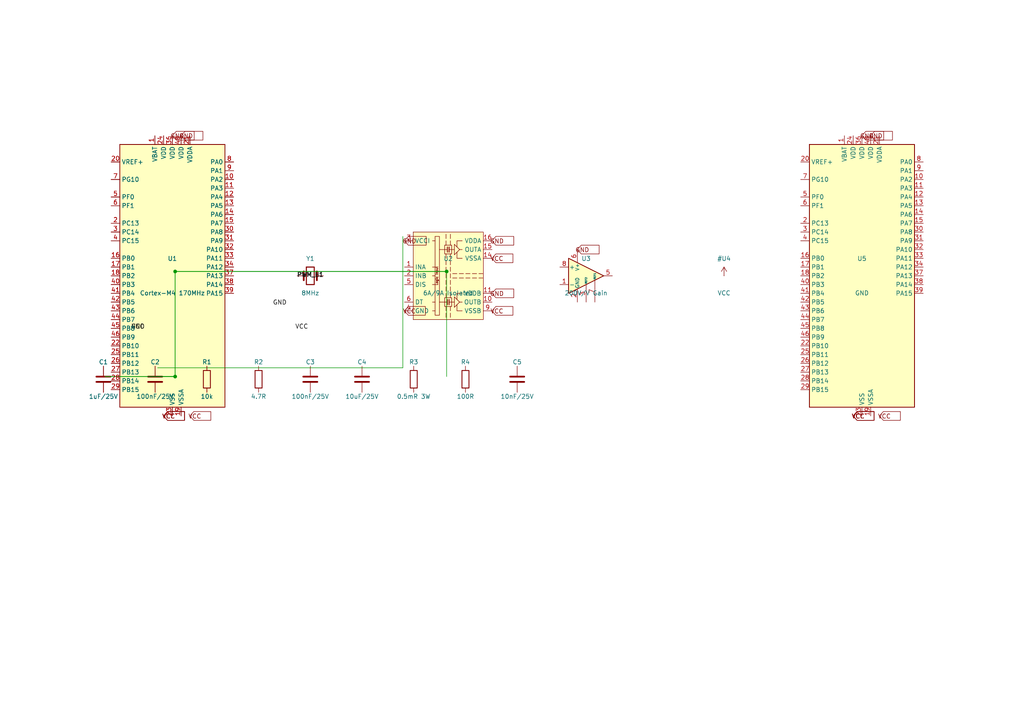
<source format=kicad_sch>
(kicad_sch (version 20231120) (generator "nexus_ee_design")
  (paper "A4")
  (lib_symbols
    (symbol "STM32G431CBTxZ"
      (property "Reference" "U" (at -15.24 39.37 0))
      (property "Value" "STM32G431CBTxZ" (at 7.62 39.37 0))
      (symbol "STM32G431CBTxZ_0_1"
        (rectangle (start -15.24 -38.1) (end 15.24 38.1) (stroke (width 0.254)) (fill (type background)))
      )
      (symbol "STM32G431CBTxZ_1_1"
        (pin input line (at -17.78 33.02 0) (length 2.54) (name "VREF+") (number "20"))
        (pin bidirectional line (at -17.78 27.94 0) (length 2.54) (name "PG10") (number "7"))
        (pin bidirectional line (at -17.78 22.86 0) (length 2.54) (name "PF0") (number "5"))
        (pin bidirectional line (at -17.78 20.32 0) (length 2.54) (name "PF1") (number "6"))
        (pin bidirectional line (at -17.78 15.24 0) (length 2.54) (name "PC13") (number "2"))
        (pin bidirectional line (at -17.78 12.7 0) (length 2.54) (name "PC14") (number "3"))
        (pin bidirectional line (at -17.78 10.16 0) (length 2.54) (name "PC15") (number "4"))
        (pin bidirectional line (at -17.78 5.08 0) (length 2.54) (name "PB0") (number "16"))
        (pin bidirectional line (at -17.78 2.54 0) (length 2.54) (name "PB1") (number "17"))
        (pin bidirectional line (at -17.78 0 0) (length 2.54) (name "PB2") (number "18"))
        (pin bidirectional line (at -17.78 -2.54 0) (length 2.54) (name "PB3") (number "40"))
        (pin bidirectional line (at -17.78 -5.08 0) (length 2.54) (name "PB4") (number "41"))
        (pin bidirectional line (at -17.78 -7.62 0) (length 2.54) (name "PB5") (number "42"))
        (pin bidirectional line (at -17.78 -10.16 0) (length 2.54) (name "PB6") (number "43"))
        (pin bidirectional line (at -17.78 -12.7 0) (length 2.54) (name "PB7") (number "44"))
        (pin bidirectional line (at -17.78 -15.24 0) (length 2.54) (name "PB8") (number "45"))
        (pin bidirectional line (at -17.78 -17.78 0) (length 2.54) (name "PB9") (number "46"))
        (pin bidirectional line (at -17.78 -20.32 0) (length 2.54) (name "PB10") (number "22"))
        (pin bidirectional line (at -17.78 -22.86 0) (length 2.54) (name "PB11") (number "25"))
        (pin bidirectional line (at -17.78 -25.4 0) (length 2.54) (name "PB12") (number "26"))
        (pin bidirectional line (at -17.78 -27.94 0) (length 2.54) (name "PB13") (number "27"))
        (pin bidirectional line (at -17.78 -30.48 0) (length 2.54) (name "PB14") (number "28"))
        (pin bidirectional line (at -17.78 -33.02 0) (length 2.54) (name "PB15") (number "29"))
        (pin power_in line (at -5.08 40.64 270) (length 2.54) (name "VBAT") (number "1"))
        (pin power_in line (at -2.54 40.64 270) (length 2.54) (name "VDD") (number "24"))
        (pin power_in line (at 0 40.64 270) (length 2.54) (name "VDD") (number "36"))
        (pin power_in line (at 0 -40.64 90) (length 2.54) (name "VSS") (number "23"))
        (pin passive line (at 0 -40.64 90) (length 2.54) (hide yes) (name "VSS") (number "35"))
        (pin passive line (at 0 -40.64 90) (length 2.54) (hide yes) (name "VSS") (number "47"))
        (pin power_in line (at 2.54 40.64 270) (length 2.54) (name "VDD") (number "48"))
        (pin power_in line (at 2.54 -40.64 90) (length 2.54) (name "VSSA") (number "19"))
        (pin power_in line (at 5.08 40.64 270) (length 2.54) (name "VDDA") (number "21"))
        (pin bidirectional line (at 17.78 33.02 180) (length 2.54) (name "PA0") (number "8"))
        (pin bidirectional line (at 17.78 30.48 180) (length 2.54) (name "PA1") (number "9"))
        (pin bidirectional line (at 17.78 27.94 180) (length 2.54) (name "PA2") (number "10"))
        (pin bidirectional line (at 17.78 25.4 180) (length 2.54) (name "PA3") (number "11"))
        (pin bidirectional line (at 17.78 22.86 180) (length 2.54) (name "PA4") (number "12"))
        (pin bidirectional line (at 17.78 20.32 180) (length 2.54) (name "PA5") (number "13"))
        (pin bidirectional line (at 17.78 17.78 180) (length 2.54) (name "PA6") (number "14"))
        (pin bidirectional line (at 17.78 15.24 180) (length 2.54) (name "PA7") (number "15"))
        (pin bidirectional line (at 17.78 12.7 180) (length 2.54) (name "PA8") (number "30"))
        (pin bidirectional line (at 17.78 10.16 180) (length 2.54) (name "PA9") (number "31"))
        (pin bidirectional line (at 17.78 7.62 180) (length 2.54) (name "PA10") (number "32"))
        (pin bidirectional line (at 17.78 5.08 180) (length 2.54) (name "PA11") (number "33"))
        (pin bidirectional line (at 17.78 2.54 180) (length 2.54) (name "PA12") (number "34"))
        (pin bidirectional line (at 17.78 0 180) (length 2.54) (name "PA13") (number "37"))
        (pin bidirectional line (at 17.78 -2.54 180) (length 2.54) (name "PA14") (number "38"))
        (pin bidirectional line (at 17.78 -5.08 180) (length 2.54) (name "PA15") (number "39"))
      )
    )
    (symbol "Crystal" (pin_numbers (hide yes)) (pin_names (offset 1.016) (hide yes))
      (property "Reference" "Y" (at 0 3.81 0))
      (property "Value" "Crystal" (at 0 -3.81 0))
      (symbol "Crystal_0_1"
        (polyline (pts (xy -2.54 0) (xy -1.905 0)))
        (polyline (pts (xy -1.905 -1.27) (xy -1.905 1.27)) (stroke (width 0.508)))
        (rectangle (start -1.143 2.54) (end 1.143 -2.54) (stroke (width 0.3048)))
        (polyline (pts (xy 1.905 -1.27) (xy 1.905 1.27)) (stroke (width 0.508)))
        (polyline (pts (xy 2.54 0) (xy 1.905 0)))
      )
      (symbol "Crystal_1_1"
        (pin passive line (at -3.81 0 0) (length 1.27) (name "1") (number "1"))
        (pin passive line (at 3.81 0 180) (length 1.27) (name "2") (number "2"))
      )
    )
    (symbol "C" (pin_numbers (hide yes)) (pin_names (offset 0.254))
      (property "Reference" "C" (at 0.635 2.54 0))
      (property "Value" "C" (at 0.635 -2.54 0))
      (symbol "C_0_1"
        (polyline (pts (xy -2.032 0.762) (xy 2.032 0.762)) (stroke (width 0.508)))
        (polyline (pts (xy -2.032 -0.762) (xy 2.032 -0.762)) (stroke (width 0.508)))
      )
      (symbol "C_1_1"
        (pin passive line (at 0 3.81 270) (length 2.794) (name "~") (number "1"))
        (pin passive line (at 0 -3.81 90) (length 2.794) (name "~") (number "2"))
      )
    )
    (symbol "R" (pin_numbers (hide yes)) (pin_names (offset 0))
      (property "Reference" "R" (at 2.032 0 90))
      (property "Value" "R" (at 0 0 90))
      (symbol "R_0_1"
        (rectangle (start -1.016 -2.54) (end 1.016 2.54) (stroke (width 0.254)))
      )
      (symbol "R_1_1"
        (pin passive line (at 0 3.81 270) (length 1.27) (name "~") (number "1"))
        (pin passive line (at 0 -3.81 90) (length 1.27) (name "~") (number "2"))
      )
    )
    (symbol "UCC21520DW"
      (property "Reference" "U" (at 0 16.51 0))
      (property "Value" "UCC21520DW" (at 0 13.97 0))
      (symbol "UCC21520DW_0_0"
        (polyline (pts (xy -0.635 12.065) (xy -0.635 10.795)))
        (polyline (pts (xy -0.635 10.16) (xy -0.635 8.89)))
        (polyline (pts (xy -0.635 6.35) (xy -0.635 5.08)))
        (polyline (pts (xy -0.254 8.382) (xy -0.254 6.858)) (stroke (width 0.254)))
        (polyline (pts (xy -0.254 7.62) (xy -2.54 7.62)))
        (polyline (pts (xy -0.254 -6.858) (xy -0.254 -8.382)) (stroke (width 0.254)))
        (polyline (pts (xy -0.254 -7.62) (xy -2.54 -7.62)))
        (polyline (pts (xy 0.254 8.382) (xy 0.254 6.858)) (stroke (width 0.254)))
        (polyline (pts (xy 0.254 7.62) (xy 1.778 7.62)))
        (polyline (pts (xy 0.254 -6.858) (xy 0.254 -8.382)) (stroke (width 0.254)))
        (polyline (pts (xy 0.254 -7.62) (xy 1.778 -7.62)))
        (polyline (pts (xy 0.635 10.795) (xy 0.635 12.065)))
        (polyline (pts (xy 0.635 8.89) (xy 0.635 10.16)))
        (polyline (pts (xy 0.635 6.35) (xy 0.635 5.08)))
        (rectangle (start 1.016 8.89) (end -1.016 6.35))
        (rectangle (start 1.016 -6.35) (end -1.016 -8.89))
        (polyline (pts (xy 2.54 0.635) (xy 1.27 0.635)))
        (polyline (pts (xy 2.54 -0.635) (xy 1.27 -0.635)))
        (polyline (pts (xy 3.302 7.62) (xy 1.778 6.096) (xy 1.778 9.144) (xy 3.302 7.62)))
        (polyline (pts (xy 3.302 -7.62) (xy 1.778 -9.144) (xy 1.778 -6.096) (xy 3.302 -7.62)))
        (polyline (pts (xy 4.064 10.16) (xy 2.54 10.16) (xy 2.54 8.382)))
        (polyline (pts (xy 4.064 7.62) (xy 3.302 7.62)))
        (polyline (pts (xy 4.064 5.08) (xy 2.54 5.08) (xy 2.54 6.858)))
        (polyline (pts (xy 4.064 -5.08) (xy 2.54 -5.08) (xy 2.54 -6.858)))
        (polyline (pts (xy 4.064 -7.62) (xy 3.302 -7.62)))
        (polyline (pts (xy 4.064 -10.16) (xy 2.54 -10.16) (xy 2.54 -8.382)))
        (polyline (pts (xy 4.445 0.635) (xy 3.175 0.635)))
        (polyline (pts (xy 4.445 -0.635) (xy 3.175 -0.635)))
        (polyline (pts (xy 6.35 0.635) (xy 5.08 0.635)))
        (polyline (pts (xy 6.35 -0.635) (xy 5.08 -0.635)))
        (polyline (pts (xy 8.255 0.635) (xy 6.985 0.635)))
        (polyline (pts (xy 8.255 -0.635) (xy 6.985 -0.635)))
        (polyline (pts (xy 10.16 0.635) (xy 8.89 0.635)))
        (polyline (pts (xy 10.16 -0.635) (xy 8.89 -0.635)))
        (text "Logic Input" (at -3.302 0 900) (effects (font (size 0.635 0.635))))
      )
      (symbol "UCC21520DW_0_1"
        (rectangle (start -3.81 11.43) (end -2.54 -11.43))
        (polyline (pts (xy -3.81 10.16) (xy -4.572 10.16)))
        (polyline (pts (xy -3.81 2.54) (xy -4.572 2.54)))
        (polyline (pts (xy -3.81 0) (xy -4.572 0)))
        (polyline (pts (xy -3.81 -2.54) (xy -4.572 -2.54)))
        (polyline (pts (xy -3.81 -7.62) (xy -4.572 -7.62)))
        (polyline (pts (xy -3.81 -10.16) (xy -4.572 -10.16)))
        (polyline (pts (xy -0.635 4.445) (xy -0.635 3.175)))
        (polyline (pts (xy -0.635 2.54) (xy -0.635 1.27)))
        (polyline (pts (xy -0.635 0.635) (xy -0.635 -0.635)))
        (polyline (pts (xy -0.635 -1.27) (xy -0.635 -2.54)))
        (polyline (pts (xy -0.635 -3.175) (xy -0.635 -4.445)))
        (polyline (pts (xy -0.635 -5.08) (xy -0.635 -6.35)))
        (polyline (pts (xy -0.635 -8.89) (xy -0.635 -10.16)))
        (polyline (pts (xy -0.635 -10.795) (xy -0.635 -12.065)))
        (polyline (pts (xy 0.635 4.445) (xy 0.635 3.175)))
        (polyline (pts (xy 0.635 2.54) (xy 0.635 1.27)))
        (polyline (pts (xy 0.635 0.635) (xy 0.635 -0.635)))
        (polyline (pts (xy 0.635 -1.27) (xy 0.635 -2.54)))
        (polyline (pts (xy 0.635 -3.175) (xy 0.635 -4.445)))
        (polyline (pts (xy 0.635 -5.08) (xy 0.635 -6.35)))
        (polyline (pts (xy 0.635 -8.89) (xy 0.635 -10.16)))
        (polyline (pts (xy 0.635 -10.795) (xy 0.635 -12.065)))
        (rectangle (start 10.16 12.7) (end -10.16 -12.7) (fill (type background)))
      )
      (symbol "UCC21520DW_1_1"
        (pin power_in line (at -12.7 10.16 0) (length 2.54) (name "VCCI") (number "3"))
        (pin passive line (at -12.7 10.16 0) (length 2.54) (hide yes) (name "VCCI") (number "8"))
        (pin input line (at -12.7 2.54 0) (length 2.54) (name "INA") (number "1"))
        (pin input line (at -12.7 0 0) (length 2.54) (name "INB") (number "2"))
        (pin input line (at -12.7 -2.54 0) (length 2.54) (name "DIS") (number "5"))
        (pin passive line (at -12.7 -7.62 0) (length 2.54) (name "DT") (number "6"))
        (pin power_in line (at -12.7 -10.16 0) (length 2.54) (name "GND") (number "4"))
        (pin no_connect line (at -10.16 -5.08 0) (length 2.54) (hide yes) (name "NC") (number "7"))
        (pin no_connect line (at 10.16 2.54 180) (length 2.54) (hide yes) (name "NC") (number "13"))
        (pin no_connect line (at 10.16 -2.54 180) (length 2.54) (hide yes) (name "NC") (number "12"))
        (pin power_in line (at 12.7 10.16 180) (length 2.54) (name "VDDA") (number "16"))
        (pin output line (at 12.7 7.62 180) (length 2.54) (name "OUTA") (number "15"))
        (pin power_in line (at 12.7 5.08 180) (length 2.54) (name "VSSA") (number "14"))
        (pin power_in line (at 12.7 -5.08 180) (length 2.54) (name "VDDB") (number "11"))
        (pin output line (at 12.7 -7.62 180) (length 2.54) (name "OUTB") (number "10"))
        (pin power_in line (at 12.7 -10.16 180) (length 2.54) (name "VSSB") (number "9"))
      )
    )
    (symbol "INA240A1D" (pin_names (offset 0.127))
      (property "Reference" "U" (at 3.81 3.81 0))
      (property "Value" "INA240A1D" (at 3.81 -2.54 0))
      (symbol "INA240A1D_0_1"
        (polyline (pts (xy 5.08 0) (xy -5.08 5.08) (xy -5.08 -5.08) (xy 5.08 0)) (stroke (width 0.254)) (fill (type background)))
      )
      (symbol "INA240A1D_1_1"
        (pin input line (at -7.62 2.54 0) (length 2.54) (name "+") (number "8"))
        (pin input line (at -7.62 -2.54 0) (length 2.54) (name "-") (number "1"))
        (pin power_in line (at -2.54 7.62 270) (length 3.81) (name "V+") (number "6"))
        (pin power_in line (at -2.54 -7.62 90) (length 3.81) (name "GND") (number "2"))
        (pin passive line (at -2.54 -7.62 90) (length 3.81) (hide yes) (name "GND") (number "4"))
        (pin passive line (at 0 -7.62 90) (length 5.08) (name "REF2") (number "3"))
        (pin passive line (at 2.54 -7.62 90) (length 6.35) (name "REF1") (number "7"))
        (pin output line (at 7.62 0 180) (length 2.54) (name "~") (number "5"))
      )
    )
    (symbol "VCC" (power) (pin_numbers (hide yes)) (pin_names (offset 0) (hide yes))
      (property "Value" "VCC" (at 0 3.556 0))
      (symbol "VCC_0_1"
        (polyline (pts (xy -0.762 1.27) (xy 0 2.54)))
        (polyline (pts (xy 0 2.54) (xy 0.762 1.27)))
        (polyline (pts (xy 0 0) (xy 0 2.54)))
      )
      (symbol "VCC_1_1"
        (pin power_in line (at 0 0 90) (length 0) (name "~") (number "1"))
      )
    )
  )
  (symbol (lib_id "STM32G431CBTxZ") (at 50.0 80.0 0) (unit 1)
    (property "Reference" "U1" (at 50.0 75.0 0))
    (property "Value" "Cortex-M4 170MHz" (at 50.0 85.0 0))
  )
  (symbol (lib_id "Crystal") (at 90.0 80.0 0) (unit 1)
    (property "Reference" "Y1" (at 90.0 75.0 0))
    (property "Value" "8MHz" (at 90.0 85.0 0))
  )
  (symbol (lib_id "C") (at 30.0 110.0 0) (unit 1)
    (property "Reference" "C1" (at 30.0 105.0 0))
    (property "Value" "1uF/25V" (at 30.0 115.0 0))
  )
  (symbol (lib_id "C") (at 45.0 110.0 0) (unit 1)
    (property "Reference" "C2" (at 45.0 105.0 0))
    (property "Value" "100nF/25V" (at 45.0 115.0 0))
  )
  (symbol (lib_id "R") (at 60.0 110.0 0) (unit 1)
    (property "Reference" "R1" (at 60.0 105.0 0))
    (property "Value" "10k" (at 60.0 115.0 0))
  )
  (symbol (lib_id "UCC21520DW") (at 130.0 80.0 0) (unit 1)
    (property "Reference" "U2" (at 130.0 75.0 0))
    (property "Value" "6A/9A Isolated" (at 130.0 85.0 0))
  )
  (symbol (lib_id "R") (at 75.0 110.0 0) (unit 1)
    (property "Reference" "R2" (at 75.0 105.0 0))
    (property "Value" "4.7R" (at 75.0 115.0 0))
  )
  (symbol (lib_id "C") (at 90.0 110.0 0) (unit 1)
    (property "Reference" "C3" (at 90.0 105.0 0))
    (property "Value" "100nF/25V" (at 90.0 115.0 0))
  )
  (symbol (lib_id "C") (at 105.0 110.0 0) (unit 1)
    (property "Reference" "C4" (at 105.0 105.0 0))
    (property "Value" "10uF/25V" (at 105.0 115.0 0))
  )
  (symbol (lib_id "INA240A1D") (at 170.0 80.0 0) (unit 1)
    (property "Reference" "U3" (at 170.0 75.0 0))
    (property "Value" "200V/V Gain" (at 170.0 85.0 0))
  )
  (symbol (lib_id "R") (at 120.0 110.0 0) (unit 1)
    (property "Reference" "R3" (at 120.0 105.0 0))
    (property "Value" "0.5mR 3W" (at 120.0 115.0 0))
  )
  (symbol (lib_id "R") (at 135.0 110.0 0) (unit 1)
    (property "Reference" "R4" (at 135.0 105.0 0))
    (property "Value" "100R" (at 135.0 115.0 0))
  )
  (symbol (lib_id "C") (at 150.0 110.0 0) (unit 1)
    (property "Reference" "C5" (at 150.0 105.0 0))
    (property "Value" "10nF/25V" (at 150.0 115.0 0))
  )
  (symbol (lib_id "VCC") (at 210.0 80.0 0) (unit 1)
    (property "Reference" "U4" (at 210.0 75.0 0))
    (property "Value" "VCC" (at 210.0 85.0 0))
  )
  (symbol (lib_id "STM32G431CBTxZ") (at 250.0 80.0 0) (unit 1)
    (property "Reference" "U5" (at 250.0 75.0 0))
    (property "Value" "GND" (at 250.0 85.0 0))
  )
  (wire (pts (xy 30.48 109.22) (xy 50.8 109.22)))
  (wire (pts (xy 50.8 109.22) (xy 50.8 78.74)))
  (wire (pts (xy 30.48 109.22) (xy 50.8 109.22)))
  (wire (pts (xy 50.8 109.22) (xy 50.8 78.74)))
  (wire (pts (xy 45.72 109.22) (xy 129.54 109.22)))
  (wire (pts (xy 129.54 109.22) (xy 129.54 78.74)))
  (wire (pts (xy 45.72 106.68) (xy 116.84 106.68)))
  (wire (pts (xy 116.84 106.68) (xy 116.84 68.58)))
  (wire (pts (xy 50.8 78.74) (xy 129.54 78.74)))
  (wire (pts (xy 50.8 78.74) (xy 129.54 78.74)))
  (junction (at 50.8 109.22))
  (junction (at 50.8 78.74))
  (junction (at 129.54 78.74))
  (label "VCC" (at 40.0 95.0 0))
  (label "GND" (at 40.0 95.0 0))
  (label "VCC" (at 87.5 95.0 0))
  (label "GND" (at 81.15 88.015 0))
  (label "PWM_H1" (at 90.0 80.0 0))
  (label "PWM_L1" (at 90.0 80.0 0))
  (global_label "VCC" (shape input) (at 47.46 120.64 0))
  (global_label "VCC" (shape input) (at 47.46 120.64 0))
  (global_label "GND" (shape input) (at 50.0 39.36 0))
  (global_label "VCC" (shape input) (at 47.46 120.64 0))
  (global_label "GND" (shape input) (at 52.54 39.36 0))
  (global_label "VCC" (shape input) (at 55.08 120.64 0))
  (global_label "VCC" (shape input) (at 117.3 90.16 0))
  (global_label "GND" (shape input) (at 117.3 69.84 0))
  (global_label "VCC" (shape input) (at 142.7 90.16 0))
  (global_label "GND" (shape input) (at 142.7 85.08 0))
  (global_label "VCC" (shape input) (at 142.7 74.92 0))
  (global_label "GND" (shape input) (at 142.7 69.84 0))
  (global_label "GND" (shape input) (at 167.46 72.38 0))
  (global_label "VCC" (shape input) (at 247.46 120.64 0))
  (global_label "VCC" (shape input) (at 247.46 120.64 0))
  (global_label "GND" (shape input) (at 250.0 39.36 0))
  (global_label "VCC" (shape input) (at 247.46 120.64 0))
  (global_label "GND" (shape input) (at 252.54 39.36 0))
  (global_label "VCC" (shape input) (at 255.08 120.64 0))
)
</source>
